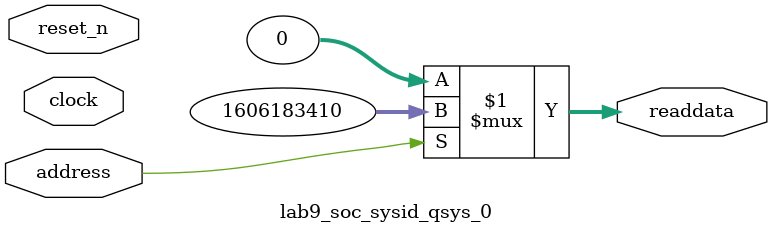
<source format=v>



// synthesis translate_off
`timescale 1ns / 1ps
// synthesis translate_on

// turn off superfluous verilog processor warnings 
// altera message_level Level1 
// altera message_off 10034 10035 10036 10037 10230 10240 10030 

module lab9_soc_sysid_qsys_0 (
               // inputs:
                address,
                clock,
                reset_n,

               // outputs:
                readdata
             )
;

  output  [ 31: 0] readdata;
  input            address;
  input            clock;
  input            reset_n;

  wire    [ 31: 0] readdata;
  //control_slave, which is an e_avalon_slave
  assign readdata = address ? 1606183410 : 0;

endmodule



</source>
